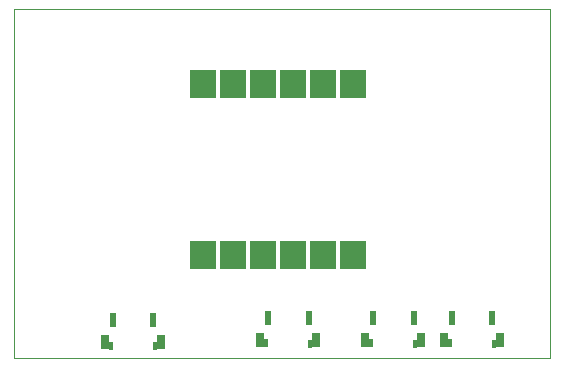
<source format=gbr>
%TF.GenerationSoftware,KiCad,Pcbnew,7.0.6*%
%TF.CreationDate,2024-03-10T16:24:53+08:00*%
%TF.ProjectId,Digital Clock,44696769-7461-46c2-9043-6c6f636b2e6b,_____*%
%TF.SameCoordinates,Original*%
%TF.FileFunction,Paste,Bot*%
%TF.FilePolarity,Positive*%
%FSLAX46Y46*%
G04 Gerber Fmt 4.6, Leading zero omitted, Abs format (unit mm)*
G04 Created by KiCad (PCBNEW 7.0.6) date 2024-03-10 16:24:53*
%MOMM*%
%LPD*%
G01*
G04 APERTURE LIST*
%ADD10R,0.600000X1.200000*%
%ADD11R,0.650000X1.300000*%
%ADD12R,0.400000X0.650000*%
%ADD13R,2.200000X2.450000*%
%TA.AperFunction,Profile*%
%ADD14C,0.100000*%
%TD*%
G04 APERTURE END LIST*
D10*
%TO.C,SW2*%
X55206000Y-45720000D03*
X51756000Y-45720000D03*
D11*
X51116000Y-47560000D03*
D12*
X51636000Y-47880000D03*
X55316000Y-47890000D03*
D11*
X55836000Y-47570000D03*
%TD*%
D10*
%TO.C,SW5*%
X73790000Y-45540000D03*
X77240000Y-45540000D03*
D11*
X73150000Y-47380000D03*
D12*
X73670000Y-47700000D03*
X77350000Y-47710000D03*
D11*
X77870000Y-47390000D03*
%TD*%
D13*
%TO.C,D1*%
X72110000Y-25700000D03*
X64490000Y-25695000D03*
X61950000Y-25700000D03*
X59410000Y-40175000D03*
X69570000Y-25705000D03*
X59410000Y-25690000D03*
X64490000Y-40180000D03*
X69570000Y-40190000D03*
X72110000Y-40185000D03*
X67030000Y-25695000D03*
X61950000Y-40185000D03*
X67030000Y-40180000D03*
%TD*%
D10*
%TO.C,SW1*%
X80450000Y-45540000D03*
X83900000Y-45540000D03*
D11*
X79810000Y-47380000D03*
D12*
X80330000Y-47700000D03*
X84010000Y-47710000D03*
D11*
X84530000Y-47390000D03*
%TD*%
D10*
%TO.C,SW3*%
X64900000Y-45540000D03*
X68350000Y-45540000D03*
D11*
X64260000Y-47380000D03*
D12*
X64780000Y-47700000D03*
X68460000Y-47710000D03*
D11*
X68980000Y-47390000D03*
%TD*%
D14*
X43410000Y-19400000D02*
X88800000Y-19400000D01*
X88800000Y-48900000D01*
X43410000Y-48900000D01*
X43410000Y-19400000D01*
M02*

</source>
